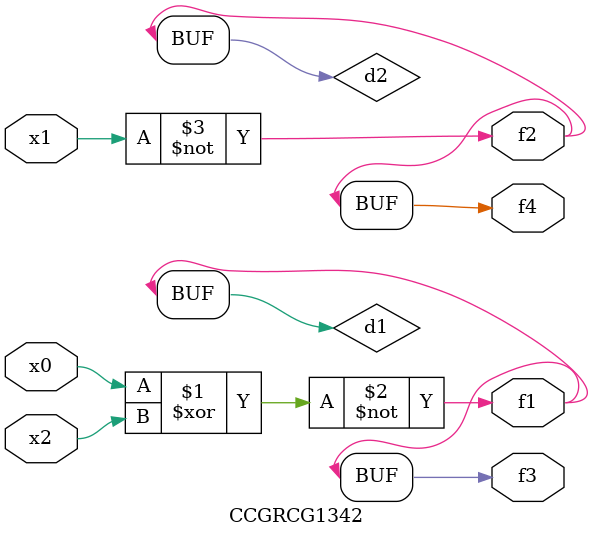
<source format=v>
module CCGRCG1342(
	input x0, x1, x2,
	output f1, f2, f3, f4
);

	wire d1, d2, d3;

	xnor (d1, x0, x2);
	nand (d2, x1);
	nor (d3, x1, x2);
	assign f1 = d1;
	assign f2 = d2;
	assign f3 = d1;
	assign f4 = d2;
endmodule

</source>
